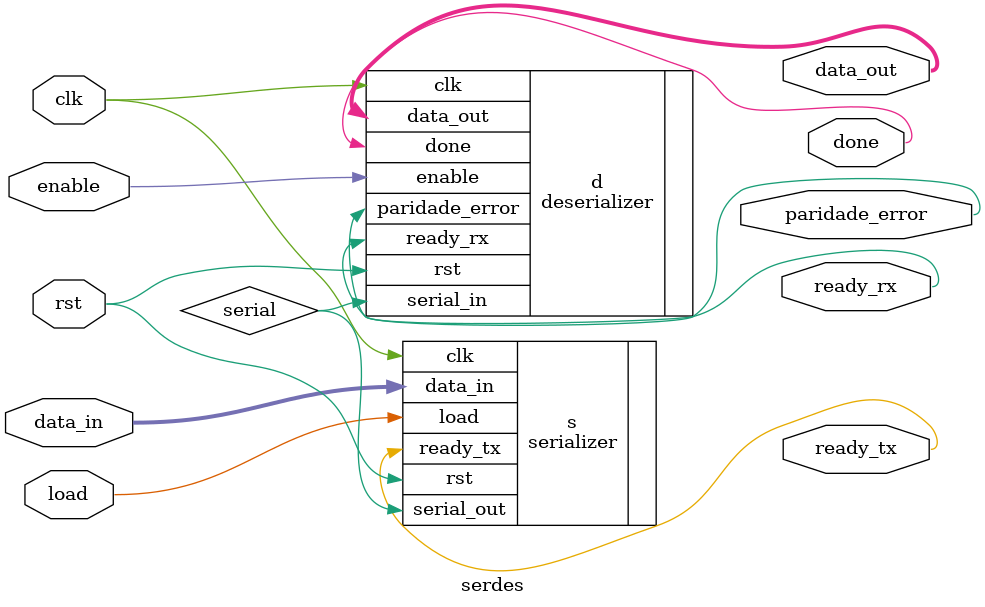
<source format=v>
module serdes #(
    parameter DATA_WIDTH = 8
)(
    input wire clk,
    input wire rst,
    input wire load,
    input wire [DATA_WIDTH-1:0] data_in,
    input wire enable,
    output wire [DATA_WIDTH-1:0] data_out,
    output wire done, ready_tx, ready_rx,
    output wire paridade_error
);

    wire serial;

    serializer #(.DATA_WIDTH(DATA_WIDTH)) s (
        .clk(clk),
        .rst(rst),
        .load(load),
        .data_in(data_in),
        .serial_out(serial),
        .ready_tx(ready_tx)
    );

    deserializer #(.DATA_WIDTH(DATA_WIDTH)) d (
        .clk(clk),
        .rst(rst),
        .serial_in(serial),
        .enable(enable),
        .data_out(data_out),
        .done(done),
        .paridade_error(paridade_error),
        .ready_rx(ready_rx)
    );

endmodule

</source>
